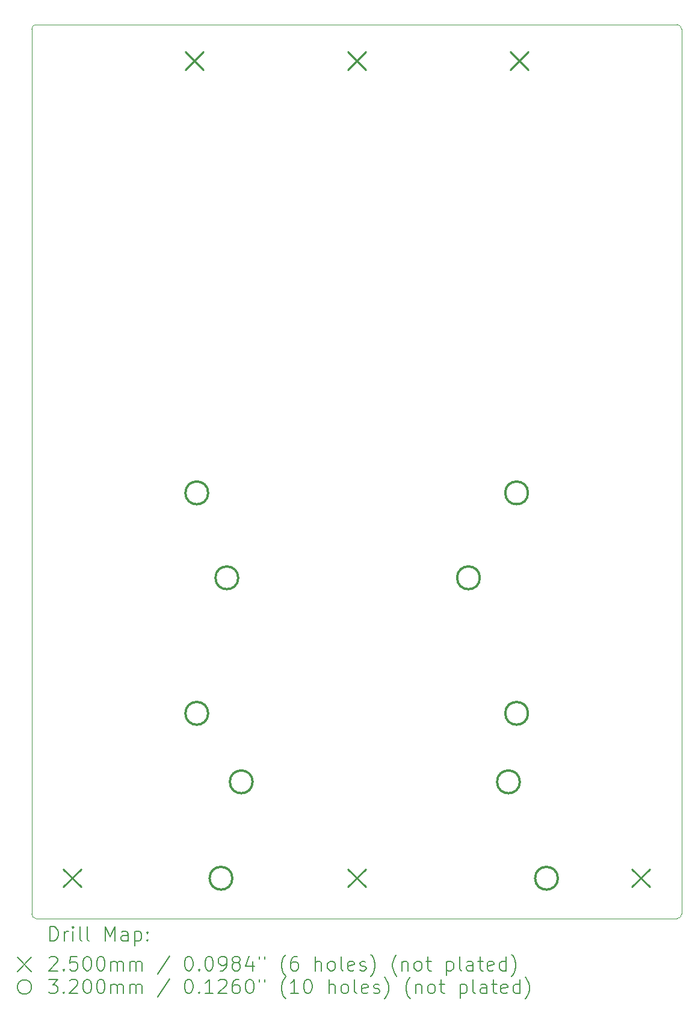
<source format=gbr>
%TF.GenerationSoftware,KiCad,Pcbnew,7.0.11-7.0.11~ubuntu20.04.1*%
%TF.CreationDate,2024-08-20T17:51:46+02:00*%
%TF.ProjectId,kicad-kria-pmod-alinx,6b696361-642d-46b7-9269-612d706d6f64,1.0*%
%TF.SameCoordinates,Original*%
%TF.FileFunction,Drillmap*%
%TF.FilePolarity,Positive*%
%FSLAX45Y45*%
G04 Gerber Fmt 4.5, Leading zero omitted, Abs format (unit mm)*
G04 Created by KiCad (PCBNEW 7.0.11-7.0.11~ubuntu20.04.1) date 2024-08-20 17:51:46*
%MOMM*%
%LPD*%
G01*
G04 APERTURE LIST*
%ADD10C,0.050000*%
%ADD11C,0.200000*%
%ADD12C,0.250000*%
%ADD13C,0.320000*%
G04 APERTURE END LIST*
D10*
X16193500Y-14986500D02*
G75*
G03*
X16257000Y-14923000I0J63500D01*
G01*
X7113000Y-14923000D02*
G75*
G03*
X7176500Y-14986500I63500J0D01*
G01*
X7176500Y-2413500D02*
G75*
G03*
X7113000Y-2477000I0J-63500D01*
G01*
X16257000Y-2477000D02*
G75*
G03*
X16193500Y-2413500I-63500J0D01*
G01*
X16193500Y-2413500D02*
X7176500Y-2413500D01*
X7176500Y-14986500D02*
X16193500Y-14986500D01*
X16257000Y-14923000D02*
X16257000Y-2477000D01*
X7113000Y-2477000D02*
X7113000Y-14923000D01*
D11*
D12*
X7559500Y-14290000D02*
X7809500Y-14540000D01*
X7809500Y-14290000D02*
X7559500Y-14540000D01*
X9274000Y-2797000D02*
X9524000Y-3047000D01*
X9524000Y-2797000D02*
X9274000Y-3047000D01*
X11560000Y-2797000D02*
X11810000Y-3047000D01*
X11810000Y-2797000D02*
X11560000Y-3047000D01*
X11560000Y-14290000D02*
X11810000Y-14540000D01*
X11810000Y-14290000D02*
X11560000Y-14540000D01*
X13846000Y-2797000D02*
X14096000Y-3047000D01*
X14096000Y-2797000D02*
X13846000Y-3047000D01*
X15560500Y-14290000D02*
X15810500Y-14540000D01*
X15810500Y-14290000D02*
X15560500Y-14540000D01*
D13*
X9595500Y-9000000D02*
G75*
G03*
X9275500Y-9000000I-160000J0D01*
G01*
X9275500Y-9000000D02*
G75*
G03*
X9595500Y-9000000I160000J0D01*
G01*
X9595500Y-12100000D02*
G75*
G03*
X9275500Y-12100000I-160000J0D01*
G01*
X9275500Y-12100000D02*
G75*
G03*
X9595500Y-12100000I160000J0D01*
G01*
X9935500Y-14419500D02*
G75*
G03*
X9615500Y-14419500I-160000J0D01*
G01*
X9615500Y-14419500D02*
G75*
G03*
X9935500Y-14419500I160000J0D01*
G01*
X10018000Y-10194500D02*
G75*
G03*
X9698000Y-10194500I-160000J0D01*
G01*
X9698000Y-10194500D02*
G75*
G03*
X10018000Y-10194500I160000J0D01*
G01*
X10220500Y-13064000D02*
G75*
G03*
X9900500Y-13064000I-160000J0D01*
G01*
X9900500Y-13064000D02*
G75*
G03*
X10220500Y-13064000I160000J0D01*
G01*
X13418000Y-10194500D02*
G75*
G03*
X13098000Y-10194500I-160000J0D01*
G01*
X13098000Y-10194500D02*
G75*
G03*
X13418000Y-10194500I160000J0D01*
G01*
X13980500Y-13064000D02*
G75*
G03*
X13660500Y-13064000I-160000J0D01*
G01*
X13660500Y-13064000D02*
G75*
G03*
X13980500Y-13064000I160000J0D01*
G01*
X14095500Y-9000000D02*
G75*
G03*
X13775500Y-9000000I-160000J0D01*
G01*
X13775500Y-9000000D02*
G75*
G03*
X14095500Y-9000000I160000J0D01*
G01*
X14095500Y-12100000D02*
G75*
G03*
X13775500Y-12100000I-160000J0D01*
G01*
X13775500Y-12100000D02*
G75*
G03*
X14095500Y-12100000I160000J0D01*
G01*
X14515500Y-14419500D02*
G75*
G03*
X14195500Y-14419500I-160000J0D01*
G01*
X14195500Y-14419500D02*
G75*
G03*
X14515500Y-14419500I160000J0D01*
G01*
D11*
X7371277Y-15300484D02*
X7371277Y-15100484D01*
X7371277Y-15100484D02*
X7418896Y-15100484D01*
X7418896Y-15100484D02*
X7447467Y-15110008D01*
X7447467Y-15110008D02*
X7466515Y-15129055D01*
X7466515Y-15129055D02*
X7476039Y-15148103D01*
X7476039Y-15148103D02*
X7485562Y-15186198D01*
X7485562Y-15186198D02*
X7485562Y-15214769D01*
X7485562Y-15214769D02*
X7476039Y-15252865D01*
X7476039Y-15252865D02*
X7466515Y-15271912D01*
X7466515Y-15271912D02*
X7447467Y-15290960D01*
X7447467Y-15290960D02*
X7418896Y-15300484D01*
X7418896Y-15300484D02*
X7371277Y-15300484D01*
X7571277Y-15300484D02*
X7571277Y-15167150D01*
X7571277Y-15205246D02*
X7580801Y-15186198D01*
X7580801Y-15186198D02*
X7590324Y-15176674D01*
X7590324Y-15176674D02*
X7609372Y-15167150D01*
X7609372Y-15167150D02*
X7628420Y-15167150D01*
X7695086Y-15300484D02*
X7695086Y-15167150D01*
X7695086Y-15100484D02*
X7685562Y-15110008D01*
X7685562Y-15110008D02*
X7695086Y-15119531D01*
X7695086Y-15119531D02*
X7704610Y-15110008D01*
X7704610Y-15110008D02*
X7695086Y-15100484D01*
X7695086Y-15100484D02*
X7695086Y-15119531D01*
X7818896Y-15300484D02*
X7799848Y-15290960D01*
X7799848Y-15290960D02*
X7790324Y-15271912D01*
X7790324Y-15271912D02*
X7790324Y-15100484D01*
X7923658Y-15300484D02*
X7904610Y-15290960D01*
X7904610Y-15290960D02*
X7895086Y-15271912D01*
X7895086Y-15271912D02*
X7895086Y-15100484D01*
X8152229Y-15300484D02*
X8152229Y-15100484D01*
X8152229Y-15100484D02*
X8218896Y-15243341D01*
X8218896Y-15243341D02*
X8285562Y-15100484D01*
X8285562Y-15100484D02*
X8285562Y-15300484D01*
X8466515Y-15300484D02*
X8466515Y-15195722D01*
X8466515Y-15195722D02*
X8456991Y-15176674D01*
X8456991Y-15176674D02*
X8437944Y-15167150D01*
X8437944Y-15167150D02*
X8399848Y-15167150D01*
X8399848Y-15167150D02*
X8380801Y-15176674D01*
X8466515Y-15290960D02*
X8447467Y-15300484D01*
X8447467Y-15300484D02*
X8399848Y-15300484D01*
X8399848Y-15300484D02*
X8380801Y-15290960D01*
X8380801Y-15290960D02*
X8371277Y-15271912D01*
X8371277Y-15271912D02*
X8371277Y-15252865D01*
X8371277Y-15252865D02*
X8380801Y-15233817D01*
X8380801Y-15233817D02*
X8399848Y-15224293D01*
X8399848Y-15224293D02*
X8447467Y-15224293D01*
X8447467Y-15224293D02*
X8466515Y-15214769D01*
X8561753Y-15167150D02*
X8561753Y-15367150D01*
X8561753Y-15176674D02*
X8580801Y-15167150D01*
X8580801Y-15167150D02*
X8618896Y-15167150D01*
X8618896Y-15167150D02*
X8637944Y-15176674D01*
X8637944Y-15176674D02*
X8647467Y-15186198D01*
X8647467Y-15186198D02*
X8656991Y-15205246D01*
X8656991Y-15205246D02*
X8656991Y-15262388D01*
X8656991Y-15262388D02*
X8647467Y-15281436D01*
X8647467Y-15281436D02*
X8637944Y-15290960D01*
X8637944Y-15290960D02*
X8618896Y-15300484D01*
X8618896Y-15300484D02*
X8580801Y-15300484D01*
X8580801Y-15300484D02*
X8561753Y-15290960D01*
X8742705Y-15281436D02*
X8752229Y-15290960D01*
X8752229Y-15290960D02*
X8742705Y-15300484D01*
X8742705Y-15300484D02*
X8733182Y-15290960D01*
X8733182Y-15290960D02*
X8742705Y-15281436D01*
X8742705Y-15281436D02*
X8742705Y-15300484D01*
X8742705Y-15176674D02*
X8752229Y-15186198D01*
X8752229Y-15186198D02*
X8742705Y-15195722D01*
X8742705Y-15195722D02*
X8733182Y-15186198D01*
X8733182Y-15186198D02*
X8742705Y-15176674D01*
X8742705Y-15176674D02*
X8742705Y-15195722D01*
X6910500Y-15529000D02*
X7110500Y-15729000D01*
X7110500Y-15529000D02*
X6910500Y-15729000D01*
X7361753Y-15539531D02*
X7371277Y-15530008D01*
X7371277Y-15530008D02*
X7390324Y-15520484D01*
X7390324Y-15520484D02*
X7437943Y-15520484D01*
X7437943Y-15520484D02*
X7456991Y-15530008D01*
X7456991Y-15530008D02*
X7466515Y-15539531D01*
X7466515Y-15539531D02*
X7476039Y-15558579D01*
X7476039Y-15558579D02*
X7476039Y-15577627D01*
X7476039Y-15577627D02*
X7466515Y-15606198D01*
X7466515Y-15606198D02*
X7352229Y-15720484D01*
X7352229Y-15720484D02*
X7476039Y-15720484D01*
X7561753Y-15701436D02*
X7571277Y-15710960D01*
X7571277Y-15710960D02*
X7561753Y-15720484D01*
X7561753Y-15720484D02*
X7552229Y-15710960D01*
X7552229Y-15710960D02*
X7561753Y-15701436D01*
X7561753Y-15701436D02*
X7561753Y-15720484D01*
X7752229Y-15520484D02*
X7656991Y-15520484D01*
X7656991Y-15520484D02*
X7647467Y-15615722D01*
X7647467Y-15615722D02*
X7656991Y-15606198D01*
X7656991Y-15606198D02*
X7676039Y-15596674D01*
X7676039Y-15596674D02*
X7723658Y-15596674D01*
X7723658Y-15596674D02*
X7742705Y-15606198D01*
X7742705Y-15606198D02*
X7752229Y-15615722D01*
X7752229Y-15615722D02*
X7761753Y-15634769D01*
X7761753Y-15634769D02*
X7761753Y-15682388D01*
X7761753Y-15682388D02*
X7752229Y-15701436D01*
X7752229Y-15701436D02*
X7742705Y-15710960D01*
X7742705Y-15710960D02*
X7723658Y-15720484D01*
X7723658Y-15720484D02*
X7676039Y-15720484D01*
X7676039Y-15720484D02*
X7656991Y-15710960D01*
X7656991Y-15710960D02*
X7647467Y-15701436D01*
X7885562Y-15520484D02*
X7904610Y-15520484D01*
X7904610Y-15520484D02*
X7923658Y-15530008D01*
X7923658Y-15530008D02*
X7933182Y-15539531D01*
X7933182Y-15539531D02*
X7942705Y-15558579D01*
X7942705Y-15558579D02*
X7952229Y-15596674D01*
X7952229Y-15596674D02*
X7952229Y-15644293D01*
X7952229Y-15644293D02*
X7942705Y-15682388D01*
X7942705Y-15682388D02*
X7933182Y-15701436D01*
X7933182Y-15701436D02*
X7923658Y-15710960D01*
X7923658Y-15710960D02*
X7904610Y-15720484D01*
X7904610Y-15720484D02*
X7885562Y-15720484D01*
X7885562Y-15720484D02*
X7866515Y-15710960D01*
X7866515Y-15710960D02*
X7856991Y-15701436D01*
X7856991Y-15701436D02*
X7847467Y-15682388D01*
X7847467Y-15682388D02*
X7837943Y-15644293D01*
X7837943Y-15644293D02*
X7837943Y-15596674D01*
X7837943Y-15596674D02*
X7847467Y-15558579D01*
X7847467Y-15558579D02*
X7856991Y-15539531D01*
X7856991Y-15539531D02*
X7866515Y-15530008D01*
X7866515Y-15530008D02*
X7885562Y-15520484D01*
X8076039Y-15520484D02*
X8095086Y-15520484D01*
X8095086Y-15520484D02*
X8114134Y-15530008D01*
X8114134Y-15530008D02*
X8123658Y-15539531D01*
X8123658Y-15539531D02*
X8133182Y-15558579D01*
X8133182Y-15558579D02*
X8142705Y-15596674D01*
X8142705Y-15596674D02*
X8142705Y-15644293D01*
X8142705Y-15644293D02*
X8133182Y-15682388D01*
X8133182Y-15682388D02*
X8123658Y-15701436D01*
X8123658Y-15701436D02*
X8114134Y-15710960D01*
X8114134Y-15710960D02*
X8095086Y-15720484D01*
X8095086Y-15720484D02*
X8076039Y-15720484D01*
X8076039Y-15720484D02*
X8056991Y-15710960D01*
X8056991Y-15710960D02*
X8047467Y-15701436D01*
X8047467Y-15701436D02*
X8037943Y-15682388D01*
X8037943Y-15682388D02*
X8028420Y-15644293D01*
X8028420Y-15644293D02*
X8028420Y-15596674D01*
X8028420Y-15596674D02*
X8037943Y-15558579D01*
X8037943Y-15558579D02*
X8047467Y-15539531D01*
X8047467Y-15539531D02*
X8056991Y-15530008D01*
X8056991Y-15530008D02*
X8076039Y-15520484D01*
X8228420Y-15720484D02*
X8228420Y-15587150D01*
X8228420Y-15606198D02*
X8237943Y-15596674D01*
X8237943Y-15596674D02*
X8256991Y-15587150D01*
X8256991Y-15587150D02*
X8285563Y-15587150D01*
X8285563Y-15587150D02*
X8304610Y-15596674D01*
X8304610Y-15596674D02*
X8314134Y-15615722D01*
X8314134Y-15615722D02*
X8314134Y-15720484D01*
X8314134Y-15615722D02*
X8323658Y-15596674D01*
X8323658Y-15596674D02*
X8342705Y-15587150D01*
X8342705Y-15587150D02*
X8371277Y-15587150D01*
X8371277Y-15587150D02*
X8390325Y-15596674D01*
X8390325Y-15596674D02*
X8399848Y-15615722D01*
X8399848Y-15615722D02*
X8399848Y-15720484D01*
X8495086Y-15720484D02*
X8495086Y-15587150D01*
X8495086Y-15606198D02*
X8504610Y-15596674D01*
X8504610Y-15596674D02*
X8523658Y-15587150D01*
X8523658Y-15587150D02*
X8552229Y-15587150D01*
X8552229Y-15587150D02*
X8571277Y-15596674D01*
X8571277Y-15596674D02*
X8580801Y-15615722D01*
X8580801Y-15615722D02*
X8580801Y-15720484D01*
X8580801Y-15615722D02*
X8590325Y-15596674D01*
X8590325Y-15596674D02*
X8609372Y-15587150D01*
X8609372Y-15587150D02*
X8637944Y-15587150D01*
X8637944Y-15587150D02*
X8656991Y-15596674D01*
X8656991Y-15596674D02*
X8666515Y-15615722D01*
X8666515Y-15615722D02*
X8666515Y-15720484D01*
X9056991Y-15510960D02*
X8885563Y-15768103D01*
X9314134Y-15520484D02*
X9333182Y-15520484D01*
X9333182Y-15520484D02*
X9352229Y-15530008D01*
X9352229Y-15530008D02*
X9361753Y-15539531D01*
X9361753Y-15539531D02*
X9371277Y-15558579D01*
X9371277Y-15558579D02*
X9380801Y-15596674D01*
X9380801Y-15596674D02*
X9380801Y-15644293D01*
X9380801Y-15644293D02*
X9371277Y-15682388D01*
X9371277Y-15682388D02*
X9361753Y-15701436D01*
X9361753Y-15701436D02*
X9352229Y-15710960D01*
X9352229Y-15710960D02*
X9333182Y-15720484D01*
X9333182Y-15720484D02*
X9314134Y-15720484D01*
X9314134Y-15720484D02*
X9295087Y-15710960D01*
X9295087Y-15710960D02*
X9285563Y-15701436D01*
X9285563Y-15701436D02*
X9276039Y-15682388D01*
X9276039Y-15682388D02*
X9266515Y-15644293D01*
X9266515Y-15644293D02*
X9266515Y-15596674D01*
X9266515Y-15596674D02*
X9276039Y-15558579D01*
X9276039Y-15558579D02*
X9285563Y-15539531D01*
X9285563Y-15539531D02*
X9295087Y-15530008D01*
X9295087Y-15530008D02*
X9314134Y-15520484D01*
X9466515Y-15701436D02*
X9476039Y-15710960D01*
X9476039Y-15710960D02*
X9466515Y-15720484D01*
X9466515Y-15720484D02*
X9456991Y-15710960D01*
X9456991Y-15710960D02*
X9466515Y-15701436D01*
X9466515Y-15701436D02*
X9466515Y-15720484D01*
X9599848Y-15520484D02*
X9618896Y-15520484D01*
X9618896Y-15520484D02*
X9637944Y-15530008D01*
X9637944Y-15530008D02*
X9647468Y-15539531D01*
X9647468Y-15539531D02*
X9656991Y-15558579D01*
X9656991Y-15558579D02*
X9666515Y-15596674D01*
X9666515Y-15596674D02*
X9666515Y-15644293D01*
X9666515Y-15644293D02*
X9656991Y-15682388D01*
X9656991Y-15682388D02*
X9647468Y-15701436D01*
X9647468Y-15701436D02*
X9637944Y-15710960D01*
X9637944Y-15710960D02*
X9618896Y-15720484D01*
X9618896Y-15720484D02*
X9599848Y-15720484D01*
X9599848Y-15720484D02*
X9580801Y-15710960D01*
X9580801Y-15710960D02*
X9571277Y-15701436D01*
X9571277Y-15701436D02*
X9561753Y-15682388D01*
X9561753Y-15682388D02*
X9552229Y-15644293D01*
X9552229Y-15644293D02*
X9552229Y-15596674D01*
X9552229Y-15596674D02*
X9561753Y-15558579D01*
X9561753Y-15558579D02*
X9571277Y-15539531D01*
X9571277Y-15539531D02*
X9580801Y-15530008D01*
X9580801Y-15530008D02*
X9599848Y-15520484D01*
X9761753Y-15720484D02*
X9799848Y-15720484D01*
X9799848Y-15720484D02*
X9818896Y-15710960D01*
X9818896Y-15710960D02*
X9828420Y-15701436D01*
X9828420Y-15701436D02*
X9847468Y-15672865D01*
X9847468Y-15672865D02*
X9856991Y-15634769D01*
X9856991Y-15634769D02*
X9856991Y-15558579D01*
X9856991Y-15558579D02*
X9847468Y-15539531D01*
X9847468Y-15539531D02*
X9837944Y-15530008D01*
X9837944Y-15530008D02*
X9818896Y-15520484D01*
X9818896Y-15520484D02*
X9780801Y-15520484D01*
X9780801Y-15520484D02*
X9761753Y-15530008D01*
X9761753Y-15530008D02*
X9752229Y-15539531D01*
X9752229Y-15539531D02*
X9742706Y-15558579D01*
X9742706Y-15558579D02*
X9742706Y-15606198D01*
X9742706Y-15606198D02*
X9752229Y-15625246D01*
X9752229Y-15625246D02*
X9761753Y-15634769D01*
X9761753Y-15634769D02*
X9780801Y-15644293D01*
X9780801Y-15644293D02*
X9818896Y-15644293D01*
X9818896Y-15644293D02*
X9837944Y-15634769D01*
X9837944Y-15634769D02*
X9847468Y-15625246D01*
X9847468Y-15625246D02*
X9856991Y-15606198D01*
X9971277Y-15606198D02*
X9952229Y-15596674D01*
X9952229Y-15596674D02*
X9942706Y-15587150D01*
X9942706Y-15587150D02*
X9933182Y-15568103D01*
X9933182Y-15568103D02*
X9933182Y-15558579D01*
X9933182Y-15558579D02*
X9942706Y-15539531D01*
X9942706Y-15539531D02*
X9952229Y-15530008D01*
X9952229Y-15530008D02*
X9971277Y-15520484D01*
X9971277Y-15520484D02*
X10009372Y-15520484D01*
X10009372Y-15520484D02*
X10028420Y-15530008D01*
X10028420Y-15530008D02*
X10037944Y-15539531D01*
X10037944Y-15539531D02*
X10047468Y-15558579D01*
X10047468Y-15558579D02*
X10047468Y-15568103D01*
X10047468Y-15568103D02*
X10037944Y-15587150D01*
X10037944Y-15587150D02*
X10028420Y-15596674D01*
X10028420Y-15596674D02*
X10009372Y-15606198D01*
X10009372Y-15606198D02*
X9971277Y-15606198D01*
X9971277Y-15606198D02*
X9952229Y-15615722D01*
X9952229Y-15615722D02*
X9942706Y-15625246D01*
X9942706Y-15625246D02*
X9933182Y-15644293D01*
X9933182Y-15644293D02*
X9933182Y-15682388D01*
X9933182Y-15682388D02*
X9942706Y-15701436D01*
X9942706Y-15701436D02*
X9952229Y-15710960D01*
X9952229Y-15710960D02*
X9971277Y-15720484D01*
X9971277Y-15720484D02*
X10009372Y-15720484D01*
X10009372Y-15720484D02*
X10028420Y-15710960D01*
X10028420Y-15710960D02*
X10037944Y-15701436D01*
X10037944Y-15701436D02*
X10047468Y-15682388D01*
X10047468Y-15682388D02*
X10047468Y-15644293D01*
X10047468Y-15644293D02*
X10037944Y-15625246D01*
X10037944Y-15625246D02*
X10028420Y-15615722D01*
X10028420Y-15615722D02*
X10009372Y-15606198D01*
X10218896Y-15587150D02*
X10218896Y-15720484D01*
X10171277Y-15510960D02*
X10123658Y-15653817D01*
X10123658Y-15653817D02*
X10247468Y-15653817D01*
X10314134Y-15520484D02*
X10314134Y-15558579D01*
X10390325Y-15520484D02*
X10390325Y-15558579D01*
X10685563Y-15796674D02*
X10676039Y-15787150D01*
X10676039Y-15787150D02*
X10656991Y-15758579D01*
X10656991Y-15758579D02*
X10647468Y-15739531D01*
X10647468Y-15739531D02*
X10637944Y-15710960D01*
X10637944Y-15710960D02*
X10628420Y-15663341D01*
X10628420Y-15663341D02*
X10628420Y-15625246D01*
X10628420Y-15625246D02*
X10637944Y-15577627D01*
X10637944Y-15577627D02*
X10647468Y-15549055D01*
X10647468Y-15549055D02*
X10656991Y-15530008D01*
X10656991Y-15530008D02*
X10676039Y-15501436D01*
X10676039Y-15501436D02*
X10685563Y-15491912D01*
X10847468Y-15520484D02*
X10809372Y-15520484D01*
X10809372Y-15520484D02*
X10790325Y-15530008D01*
X10790325Y-15530008D02*
X10780801Y-15539531D01*
X10780801Y-15539531D02*
X10761753Y-15568103D01*
X10761753Y-15568103D02*
X10752230Y-15606198D01*
X10752230Y-15606198D02*
X10752230Y-15682388D01*
X10752230Y-15682388D02*
X10761753Y-15701436D01*
X10761753Y-15701436D02*
X10771277Y-15710960D01*
X10771277Y-15710960D02*
X10790325Y-15720484D01*
X10790325Y-15720484D02*
X10828420Y-15720484D01*
X10828420Y-15720484D02*
X10847468Y-15710960D01*
X10847468Y-15710960D02*
X10856991Y-15701436D01*
X10856991Y-15701436D02*
X10866515Y-15682388D01*
X10866515Y-15682388D02*
X10866515Y-15634769D01*
X10866515Y-15634769D02*
X10856991Y-15615722D01*
X10856991Y-15615722D02*
X10847468Y-15606198D01*
X10847468Y-15606198D02*
X10828420Y-15596674D01*
X10828420Y-15596674D02*
X10790325Y-15596674D01*
X10790325Y-15596674D02*
X10771277Y-15606198D01*
X10771277Y-15606198D02*
X10761753Y-15615722D01*
X10761753Y-15615722D02*
X10752230Y-15634769D01*
X11104611Y-15720484D02*
X11104611Y-15520484D01*
X11190325Y-15720484D02*
X11190325Y-15615722D01*
X11190325Y-15615722D02*
X11180801Y-15596674D01*
X11180801Y-15596674D02*
X11161753Y-15587150D01*
X11161753Y-15587150D02*
X11133182Y-15587150D01*
X11133182Y-15587150D02*
X11114134Y-15596674D01*
X11114134Y-15596674D02*
X11104611Y-15606198D01*
X11314134Y-15720484D02*
X11295087Y-15710960D01*
X11295087Y-15710960D02*
X11285563Y-15701436D01*
X11285563Y-15701436D02*
X11276039Y-15682388D01*
X11276039Y-15682388D02*
X11276039Y-15625246D01*
X11276039Y-15625246D02*
X11285563Y-15606198D01*
X11285563Y-15606198D02*
X11295087Y-15596674D01*
X11295087Y-15596674D02*
X11314134Y-15587150D01*
X11314134Y-15587150D02*
X11342706Y-15587150D01*
X11342706Y-15587150D02*
X11361753Y-15596674D01*
X11361753Y-15596674D02*
X11371277Y-15606198D01*
X11371277Y-15606198D02*
X11380801Y-15625246D01*
X11380801Y-15625246D02*
X11380801Y-15682388D01*
X11380801Y-15682388D02*
X11371277Y-15701436D01*
X11371277Y-15701436D02*
X11361753Y-15710960D01*
X11361753Y-15710960D02*
X11342706Y-15720484D01*
X11342706Y-15720484D02*
X11314134Y-15720484D01*
X11495087Y-15720484D02*
X11476039Y-15710960D01*
X11476039Y-15710960D02*
X11466515Y-15691912D01*
X11466515Y-15691912D02*
X11466515Y-15520484D01*
X11647468Y-15710960D02*
X11628420Y-15720484D01*
X11628420Y-15720484D02*
X11590325Y-15720484D01*
X11590325Y-15720484D02*
X11571277Y-15710960D01*
X11571277Y-15710960D02*
X11561753Y-15691912D01*
X11561753Y-15691912D02*
X11561753Y-15615722D01*
X11561753Y-15615722D02*
X11571277Y-15596674D01*
X11571277Y-15596674D02*
X11590325Y-15587150D01*
X11590325Y-15587150D02*
X11628420Y-15587150D01*
X11628420Y-15587150D02*
X11647468Y-15596674D01*
X11647468Y-15596674D02*
X11656991Y-15615722D01*
X11656991Y-15615722D02*
X11656991Y-15634769D01*
X11656991Y-15634769D02*
X11561753Y-15653817D01*
X11733182Y-15710960D02*
X11752230Y-15720484D01*
X11752230Y-15720484D02*
X11790325Y-15720484D01*
X11790325Y-15720484D02*
X11809372Y-15710960D01*
X11809372Y-15710960D02*
X11818896Y-15691912D01*
X11818896Y-15691912D02*
X11818896Y-15682388D01*
X11818896Y-15682388D02*
X11809372Y-15663341D01*
X11809372Y-15663341D02*
X11790325Y-15653817D01*
X11790325Y-15653817D02*
X11761753Y-15653817D01*
X11761753Y-15653817D02*
X11742706Y-15644293D01*
X11742706Y-15644293D02*
X11733182Y-15625246D01*
X11733182Y-15625246D02*
X11733182Y-15615722D01*
X11733182Y-15615722D02*
X11742706Y-15596674D01*
X11742706Y-15596674D02*
X11761753Y-15587150D01*
X11761753Y-15587150D02*
X11790325Y-15587150D01*
X11790325Y-15587150D02*
X11809372Y-15596674D01*
X11885563Y-15796674D02*
X11895087Y-15787150D01*
X11895087Y-15787150D02*
X11914134Y-15758579D01*
X11914134Y-15758579D02*
X11923658Y-15739531D01*
X11923658Y-15739531D02*
X11933182Y-15710960D01*
X11933182Y-15710960D02*
X11942706Y-15663341D01*
X11942706Y-15663341D02*
X11942706Y-15625246D01*
X11942706Y-15625246D02*
X11933182Y-15577627D01*
X11933182Y-15577627D02*
X11923658Y-15549055D01*
X11923658Y-15549055D02*
X11914134Y-15530008D01*
X11914134Y-15530008D02*
X11895087Y-15501436D01*
X11895087Y-15501436D02*
X11885563Y-15491912D01*
X12247468Y-15796674D02*
X12237944Y-15787150D01*
X12237944Y-15787150D02*
X12218896Y-15758579D01*
X12218896Y-15758579D02*
X12209372Y-15739531D01*
X12209372Y-15739531D02*
X12199849Y-15710960D01*
X12199849Y-15710960D02*
X12190325Y-15663341D01*
X12190325Y-15663341D02*
X12190325Y-15625246D01*
X12190325Y-15625246D02*
X12199849Y-15577627D01*
X12199849Y-15577627D02*
X12209372Y-15549055D01*
X12209372Y-15549055D02*
X12218896Y-15530008D01*
X12218896Y-15530008D02*
X12237944Y-15501436D01*
X12237944Y-15501436D02*
X12247468Y-15491912D01*
X12323658Y-15587150D02*
X12323658Y-15720484D01*
X12323658Y-15606198D02*
X12333182Y-15596674D01*
X12333182Y-15596674D02*
X12352230Y-15587150D01*
X12352230Y-15587150D02*
X12380801Y-15587150D01*
X12380801Y-15587150D02*
X12399849Y-15596674D01*
X12399849Y-15596674D02*
X12409372Y-15615722D01*
X12409372Y-15615722D02*
X12409372Y-15720484D01*
X12533182Y-15720484D02*
X12514134Y-15710960D01*
X12514134Y-15710960D02*
X12504611Y-15701436D01*
X12504611Y-15701436D02*
X12495087Y-15682388D01*
X12495087Y-15682388D02*
X12495087Y-15625246D01*
X12495087Y-15625246D02*
X12504611Y-15606198D01*
X12504611Y-15606198D02*
X12514134Y-15596674D01*
X12514134Y-15596674D02*
X12533182Y-15587150D01*
X12533182Y-15587150D02*
X12561753Y-15587150D01*
X12561753Y-15587150D02*
X12580801Y-15596674D01*
X12580801Y-15596674D02*
X12590325Y-15606198D01*
X12590325Y-15606198D02*
X12599849Y-15625246D01*
X12599849Y-15625246D02*
X12599849Y-15682388D01*
X12599849Y-15682388D02*
X12590325Y-15701436D01*
X12590325Y-15701436D02*
X12580801Y-15710960D01*
X12580801Y-15710960D02*
X12561753Y-15720484D01*
X12561753Y-15720484D02*
X12533182Y-15720484D01*
X12656992Y-15587150D02*
X12733182Y-15587150D01*
X12685563Y-15520484D02*
X12685563Y-15691912D01*
X12685563Y-15691912D02*
X12695087Y-15710960D01*
X12695087Y-15710960D02*
X12714134Y-15720484D01*
X12714134Y-15720484D02*
X12733182Y-15720484D01*
X12952230Y-15587150D02*
X12952230Y-15787150D01*
X12952230Y-15596674D02*
X12971277Y-15587150D01*
X12971277Y-15587150D02*
X13009373Y-15587150D01*
X13009373Y-15587150D02*
X13028420Y-15596674D01*
X13028420Y-15596674D02*
X13037944Y-15606198D01*
X13037944Y-15606198D02*
X13047468Y-15625246D01*
X13047468Y-15625246D02*
X13047468Y-15682388D01*
X13047468Y-15682388D02*
X13037944Y-15701436D01*
X13037944Y-15701436D02*
X13028420Y-15710960D01*
X13028420Y-15710960D02*
X13009373Y-15720484D01*
X13009373Y-15720484D02*
X12971277Y-15720484D01*
X12971277Y-15720484D02*
X12952230Y-15710960D01*
X13161753Y-15720484D02*
X13142706Y-15710960D01*
X13142706Y-15710960D02*
X13133182Y-15691912D01*
X13133182Y-15691912D02*
X13133182Y-15520484D01*
X13323658Y-15720484D02*
X13323658Y-15615722D01*
X13323658Y-15615722D02*
X13314134Y-15596674D01*
X13314134Y-15596674D02*
X13295087Y-15587150D01*
X13295087Y-15587150D02*
X13256992Y-15587150D01*
X13256992Y-15587150D02*
X13237944Y-15596674D01*
X13323658Y-15710960D02*
X13304611Y-15720484D01*
X13304611Y-15720484D02*
X13256992Y-15720484D01*
X13256992Y-15720484D02*
X13237944Y-15710960D01*
X13237944Y-15710960D02*
X13228420Y-15691912D01*
X13228420Y-15691912D02*
X13228420Y-15672865D01*
X13228420Y-15672865D02*
X13237944Y-15653817D01*
X13237944Y-15653817D02*
X13256992Y-15644293D01*
X13256992Y-15644293D02*
X13304611Y-15644293D01*
X13304611Y-15644293D02*
X13323658Y-15634769D01*
X13390325Y-15587150D02*
X13466515Y-15587150D01*
X13418896Y-15520484D02*
X13418896Y-15691912D01*
X13418896Y-15691912D02*
X13428420Y-15710960D01*
X13428420Y-15710960D02*
X13447468Y-15720484D01*
X13447468Y-15720484D02*
X13466515Y-15720484D01*
X13609373Y-15710960D02*
X13590325Y-15720484D01*
X13590325Y-15720484D02*
X13552230Y-15720484D01*
X13552230Y-15720484D02*
X13533182Y-15710960D01*
X13533182Y-15710960D02*
X13523658Y-15691912D01*
X13523658Y-15691912D02*
X13523658Y-15615722D01*
X13523658Y-15615722D02*
X13533182Y-15596674D01*
X13533182Y-15596674D02*
X13552230Y-15587150D01*
X13552230Y-15587150D02*
X13590325Y-15587150D01*
X13590325Y-15587150D02*
X13609373Y-15596674D01*
X13609373Y-15596674D02*
X13618896Y-15615722D01*
X13618896Y-15615722D02*
X13618896Y-15634769D01*
X13618896Y-15634769D02*
X13523658Y-15653817D01*
X13790325Y-15720484D02*
X13790325Y-15520484D01*
X13790325Y-15710960D02*
X13771277Y-15720484D01*
X13771277Y-15720484D02*
X13733182Y-15720484D01*
X13733182Y-15720484D02*
X13714134Y-15710960D01*
X13714134Y-15710960D02*
X13704611Y-15701436D01*
X13704611Y-15701436D02*
X13695087Y-15682388D01*
X13695087Y-15682388D02*
X13695087Y-15625246D01*
X13695087Y-15625246D02*
X13704611Y-15606198D01*
X13704611Y-15606198D02*
X13714134Y-15596674D01*
X13714134Y-15596674D02*
X13733182Y-15587150D01*
X13733182Y-15587150D02*
X13771277Y-15587150D01*
X13771277Y-15587150D02*
X13790325Y-15596674D01*
X13866515Y-15796674D02*
X13876039Y-15787150D01*
X13876039Y-15787150D02*
X13895087Y-15758579D01*
X13895087Y-15758579D02*
X13904611Y-15739531D01*
X13904611Y-15739531D02*
X13914134Y-15710960D01*
X13914134Y-15710960D02*
X13923658Y-15663341D01*
X13923658Y-15663341D02*
X13923658Y-15625246D01*
X13923658Y-15625246D02*
X13914134Y-15577627D01*
X13914134Y-15577627D02*
X13904611Y-15549055D01*
X13904611Y-15549055D02*
X13895087Y-15530008D01*
X13895087Y-15530008D02*
X13876039Y-15501436D01*
X13876039Y-15501436D02*
X13866515Y-15491912D01*
X7110500Y-15949000D02*
G75*
G03*
X6910500Y-15949000I-100000J0D01*
G01*
X6910500Y-15949000D02*
G75*
G03*
X7110500Y-15949000I100000J0D01*
G01*
X7352229Y-15840484D02*
X7476039Y-15840484D01*
X7476039Y-15840484D02*
X7409372Y-15916674D01*
X7409372Y-15916674D02*
X7437943Y-15916674D01*
X7437943Y-15916674D02*
X7456991Y-15926198D01*
X7456991Y-15926198D02*
X7466515Y-15935722D01*
X7466515Y-15935722D02*
X7476039Y-15954769D01*
X7476039Y-15954769D02*
X7476039Y-16002388D01*
X7476039Y-16002388D02*
X7466515Y-16021436D01*
X7466515Y-16021436D02*
X7456991Y-16030960D01*
X7456991Y-16030960D02*
X7437943Y-16040484D01*
X7437943Y-16040484D02*
X7380801Y-16040484D01*
X7380801Y-16040484D02*
X7361753Y-16030960D01*
X7361753Y-16030960D02*
X7352229Y-16021436D01*
X7561753Y-16021436D02*
X7571277Y-16030960D01*
X7571277Y-16030960D02*
X7561753Y-16040484D01*
X7561753Y-16040484D02*
X7552229Y-16030960D01*
X7552229Y-16030960D02*
X7561753Y-16021436D01*
X7561753Y-16021436D02*
X7561753Y-16040484D01*
X7647467Y-15859531D02*
X7656991Y-15850008D01*
X7656991Y-15850008D02*
X7676039Y-15840484D01*
X7676039Y-15840484D02*
X7723658Y-15840484D01*
X7723658Y-15840484D02*
X7742705Y-15850008D01*
X7742705Y-15850008D02*
X7752229Y-15859531D01*
X7752229Y-15859531D02*
X7761753Y-15878579D01*
X7761753Y-15878579D02*
X7761753Y-15897627D01*
X7761753Y-15897627D02*
X7752229Y-15926198D01*
X7752229Y-15926198D02*
X7637943Y-16040484D01*
X7637943Y-16040484D02*
X7761753Y-16040484D01*
X7885562Y-15840484D02*
X7904610Y-15840484D01*
X7904610Y-15840484D02*
X7923658Y-15850008D01*
X7923658Y-15850008D02*
X7933182Y-15859531D01*
X7933182Y-15859531D02*
X7942705Y-15878579D01*
X7942705Y-15878579D02*
X7952229Y-15916674D01*
X7952229Y-15916674D02*
X7952229Y-15964293D01*
X7952229Y-15964293D02*
X7942705Y-16002388D01*
X7942705Y-16002388D02*
X7933182Y-16021436D01*
X7933182Y-16021436D02*
X7923658Y-16030960D01*
X7923658Y-16030960D02*
X7904610Y-16040484D01*
X7904610Y-16040484D02*
X7885562Y-16040484D01*
X7885562Y-16040484D02*
X7866515Y-16030960D01*
X7866515Y-16030960D02*
X7856991Y-16021436D01*
X7856991Y-16021436D02*
X7847467Y-16002388D01*
X7847467Y-16002388D02*
X7837943Y-15964293D01*
X7837943Y-15964293D02*
X7837943Y-15916674D01*
X7837943Y-15916674D02*
X7847467Y-15878579D01*
X7847467Y-15878579D02*
X7856991Y-15859531D01*
X7856991Y-15859531D02*
X7866515Y-15850008D01*
X7866515Y-15850008D02*
X7885562Y-15840484D01*
X8076039Y-15840484D02*
X8095086Y-15840484D01*
X8095086Y-15840484D02*
X8114134Y-15850008D01*
X8114134Y-15850008D02*
X8123658Y-15859531D01*
X8123658Y-15859531D02*
X8133182Y-15878579D01*
X8133182Y-15878579D02*
X8142705Y-15916674D01*
X8142705Y-15916674D02*
X8142705Y-15964293D01*
X8142705Y-15964293D02*
X8133182Y-16002388D01*
X8133182Y-16002388D02*
X8123658Y-16021436D01*
X8123658Y-16021436D02*
X8114134Y-16030960D01*
X8114134Y-16030960D02*
X8095086Y-16040484D01*
X8095086Y-16040484D02*
X8076039Y-16040484D01*
X8076039Y-16040484D02*
X8056991Y-16030960D01*
X8056991Y-16030960D02*
X8047467Y-16021436D01*
X8047467Y-16021436D02*
X8037943Y-16002388D01*
X8037943Y-16002388D02*
X8028420Y-15964293D01*
X8028420Y-15964293D02*
X8028420Y-15916674D01*
X8028420Y-15916674D02*
X8037943Y-15878579D01*
X8037943Y-15878579D02*
X8047467Y-15859531D01*
X8047467Y-15859531D02*
X8056991Y-15850008D01*
X8056991Y-15850008D02*
X8076039Y-15840484D01*
X8228420Y-16040484D02*
X8228420Y-15907150D01*
X8228420Y-15926198D02*
X8237943Y-15916674D01*
X8237943Y-15916674D02*
X8256991Y-15907150D01*
X8256991Y-15907150D02*
X8285563Y-15907150D01*
X8285563Y-15907150D02*
X8304610Y-15916674D01*
X8304610Y-15916674D02*
X8314134Y-15935722D01*
X8314134Y-15935722D02*
X8314134Y-16040484D01*
X8314134Y-15935722D02*
X8323658Y-15916674D01*
X8323658Y-15916674D02*
X8342705Y-15907150D01*
X8342705Y-15907150D02*
X8371277Y-15907150D01*
X8371277Y-15907150D02*
X8390325Y-15916674D01*
X8390325Y-15916674D02*
X8399848Y-15935722D01*
X8399848Y-15935722D02*
X8399848Y-16040484D01*
X8495086Y-16040484D02*
X8495086Y-15907150D01*
X8495086Y-15926198D02*
X8504610Y-15916674D01*
X8504610Y-15916674D02*
X8523658Y-15907150D01*
X8523658Y-15907150D02*
X8552229Y-15907150D01*
X8552229Y-15907150D02*
X8571277Y-15916674D01*
X8571277Y-15916674D02*
X8580801Y-15935722D01*
X8580801Y-15935722D02*
X8580801Y-16040484D01*
X8580801Y-15935722D02*
X8590325Y-15916674D01*
X8590325Y-15916674D02*
X8609372Y-15907150D01*
X8609372Y-15907150D02*
X8637944Y-15907150D01*
X8637944Y-15907150D02*
X8656991Y-15916674D01*
X8656991Y-15916674D02*
X8666515Y-15935722D01*
X8666515Y-15935722D02*
X8666515Y-16040484D01*
X9056991Y-15830960D02*
X8885563Y-16088103D01*
X9314134Y-15840484D02*
X9333182Y-15840484D01*
X9333182Y-15840484D02*
X9352229Y-15850008D01*
X9352229Y-15850008D02*
X9361753Y-15859531D01*
X9361753Y-15859531D02*
X9371277Y-15878579D01*
X9371277Y-15878579D02*
X9380801Y-15916674D01*
X9380801Y-15916674D02*
X9380801Y-15964293D01*
X9380801Y-15964293D02*
X9371277Y-16002388D01*
X9371277Y-16002388D02*
X9361753Y-16021436D01*
X9361753Y-16021436D02*
X9352229Y-16030960D01*
X9352229Y-16030960D02*
X9333182Y-16040484D01*
X9333182Y-16040484D02*
X9314134Y-16040484D01*
X9314134Y-16040484D02*
X9295087Y-16030960D01*
X9295087Y-16030960D02*
X9285563Y-16021436D01*
X9285563Y-16021436D02*
X9276039Y-16002388D01*
X9276039Y-16002388D02*
X9266515Y-15964293D01*
X9266515Y-15964293D02*
X9266515Y-15916674D01*
X9266515Y-15916674D02*
X9276039Y-15878579D01*
X9276039Y-15878579D02*
X9285563Y-15859531D01*
X9285563Y-15859531D02*
X9295087Y-15850008D01*
X9295087Y-15850008D02*
X9314134Y-15840484D01*
X9466515Y-16021436D02*
X9476039Y-16030960D01*
X9476039Y-16030960D02*
X9466515Y-16040484D01*
X9466515Y-16040484D02*
X9456991Y-16030960D01*
X9456991Y-16030960D02*
X9466515Y-16021436D01*
X9466515Y-16021436D02*
X9466515Y-16040484D01*
X9666515Y-16040484D02*
X9552229Y-16040484D01*
X9609372Y-16040484D02*
X9609372Y-15840484D01*
X9609372Y-15840484D02*
X9590325Y-15869055D01*
X9590325Y-15869055D02*
X9571277Y-15888103D01*
X9571277Y-15888103D02*
X9552229Y-15897627D01*
X9742706Y-15859531D02*
X9752229Y-15850008D01*
X9752229Y-15850008D02*
X9771277Y-15840484D01*
X9771277Y-15840484D02*
X9818896Y-15840484D01*
X9818896Y-15840484D02*
X9837944Y-15850008D01*
X9837944Y-15850008D02*
X9847468Y-15859531D01*
X9847468Y-15859531D02*
X9856991Y-15878579D01*
X9856991Y-15878579D02*
X9856991Y-15897627D01*
X9856991Y-15897627D02*
X9847468Y-15926198D01*
X9847468Y-15926198D02*
X9733182Y-16040484D01*
X9733182Y-16040484D02*
X9856991Y-16040484D01*
X10028420Y-15840484D02*
X9990325Y-15840484D01*
X9990325Y-15840484D02*
X9971277Y-15850008D01*
X9971277Y-15850008D02*
X9961753Y-15859531D01*
X9961753Y-15859531D02*
X9942706Y-15888103D01*
X9942706Y-15888103D02*
X9933182Y-15926198D01*
X9933182Y-15926198D02*
X9933182Y-16002388D01*
X9933182Y-16002388D02*
X9942706Y-16021436D01*
X9942706Y-16021436D02*
X9952229Y-16030960D01*
X9952229Y-16030960D02*
X9971277Y-16040484D01*
X9971277Y-16040484D02*
X10009372Y-16040484D01*
X10009372Y-16040484D02*
X10028420Y-16030960D01*
X10028420Y-16030960D02*
X10037944Y-16021436D01*
X10037944Y-16021436D02*
X10047468Y-16002388D01*
X10047468Y-16002388D02*
X10047468Y-15954769D01*
X10047468Y-15954769D02*
X10037944Y-15935722D01*
X10037944Y-15935722D02*
X10028420Y-15926198D01*
X10028420Y-15926198D02*
X10009372Y-15916674D01*
X10009372Y-15916674D02*
X9971277Y-15916674D01*
X9971277Y-15916674D02*
X9952229Y-15926198D01*
X9952229Y-15926198D02*
X9942706Y-15935722D01*
X9942706Y-15935722D02*
X9933182Y-15954769D01*
X10171277Y-15840484D02*
X10190325Y-15840484D01*
X10190325Y-15840484D02*
X10209372Y-15850008D01*
X10209372Y-15850008D02*
X10218896Y-15859531D01*
X10218896Y-15859531D02*
X10228420Y-15878579D01*
X10228420Y-15878579D02*
X10237944Y-15916674D01*
X10237944Y-15916674D02*
X10237944Y-15964293D01*
X10237944Y-15964293D02*
X10228420Y-16002388D01*
X10228420Y-16002388D02*
X10218896Y-16021436D01*
X10218896Y-16021436D02*
X10209372Y-16030960D01*
X10209372Y-16030960D02*
X10190325Y-16040484D01*
X10190325Y-16040484D02*
X10171277Y-16040484D01*
X10171277Y-16040484D02*
X10152229Y-16030960D01*
X10152229Y-16030960D02*
X10142706Y-16021436D01*
X10142706Y-16021436D02*
X10133182Y-16002388D01*
X10133182Y-16002388D02*
X10123658Y-15964293D01*
X10123658Y-15964293D02*
X10123658Y-15916674D01*
X10123658Y-15916674D02*
X10133182Y-15878579D01*
X10133182Y-15878579D02*
X10142706Y-15859531D01*
X10142706Y-15859531D02*
X10152229Y-15850008D01*
X10152229Y-15850008D02*
X10171277Y-15840484D01*
X10314134Y-15840484D02*
X10314134Y-15878579D01*
X10390325Y-15840484D02*
X10390325Y-15878579D01*
X10685563Y-16116674D02*
X10676039Y-16107150D01*
X10676039Y-16107150D02*
X10656991Y-16078579D01*
X10656991Y-16078579D02*
X10647468Y-16059531D01*
X10647468Y-16059531D02*
X10637944Y-16030960D01*
X10637944Y-16030960D02*
X10628420Y-15983341D01*
X10628420Y-15983341D02*
X10628420Y-15945246D01*
X10628420Y-15945246D02*
X10637944Y-15897627D01*
X10637944Y-15897627D02*
X10647468Y-15869055D01*
X10647468Y-15869055D02*
X10656991Y-15850008D01*
X10656991Y-15850008D02*
X10676039Y-15821436D01*
X10676039Y-15821436D02*
X10685563Y-15811912D01*
X10866515Y-16040484D02*
X10752230Y-16040484D01*
X10809372Y-16040484D02*
X10809372Y-15840484D01*
X10809372Y-15840484D02*
X10790325Y-15869055D01*
X10790325Y-15869055D02*
X10771277Y-15888103D01*
X10771277Y-15888103D02*
X10752230Y-15897627D01*
X10990325Y-15840484D02*
X11009372Y-15840484D01*
X11009372Y-15840484D02*
X11028420Y-15850008D01*
X11028420Y-15850008D02*
X11037944Y-15859531D01*
X11037944Y-15859531D02*
X11047468Y-15878579D01*
X11047468Y-15878579D02*
X11056991Y-15916674D01*
X11056991Y-15916674D02*
X11056991Y-15964293D01*
X11056991Y-15964293D02*
X11047468Y-16002388D01*
X11047468Y-16002388D02*
X11037944Y-16021436D01*
X11037944Y-16021436D02*
X11028420Y-16030960D01*
X11028420Y-16030960D02*
X11009372Y-16040484D01*
X11009372Y-16040484D02*
X10990325Y-16040484D01*
X10990325Y-16040484D02*
X10971277Y-16030960D01*
X10971277Y-16030960D02*
X10961753Y-16021436D01*
X10961753Y-16021436D02*
X10952230Y-16002388D01*
X10952230Y-16002388D02*
X10942706Y-15964293D01*
X10942706Y-15964293D02*
X10942706Y-15916674D01*
X10942706Y-15916674D02*
X10952230Y-15878579D01*
X10952230Y-15878579D02*
X10961753Y-15859531D01*
X10961753Y-15859531D02*
X10971277Y-15850008D01*
X10971277Y-15850008D02*
X10990325Y-15840484D01*
X11295087Y-16040484D02*
X11295087Y-15840484D01*
X11380801Y-16040484D02*
X11380801Y-15935722D01*
X11380801Y-15935722D02*
X11371277Y-15916674D01*
X11371277Y-15916674D02*
X11352230Y-15907150D01*
X11352230Y-15907150D02*
X11323658Y-15907150D01*
X11323658Y-15907150D02*
X11304610Y-15916674D01*
X11304610Y-15916674D02*
X11295087Y-15926198D01*
X11504610Y-16040484D02*
X11485563Y-16030960D01*
X11485563Y-16030960D02*
X11476039Y-16021436D01*
X11476039Y-16021436D02*
X11466515Y-16002388D01*
X11466515Y-16002388D02*
X11466515Y-15945246D01*
X11466515Y-15945246D02*
X11476039Y-15926198D01*
X11476039Y-15926198D02*
X11485563Y-15916674D01*
X11485563Y-15916674D02*
X11504610Y-15907150D01*
X11504610Y-15907150D02*
X11533182Y-15907150D01*
X11533182Y-15907150D02*
X11552230Y-15916674D01*
X11552230Y-15916674D02*
X11561753Y-15926198D01*
X11561753Y-15926198D02*
X11571277Y-15945246D01*
X11571277Y-15945246D02*
X11571277Y-16002388D01*
X11571277Y-16002388D02*
X11561753Y-16021436D01*
X11561753Y-16021436D02*
X11552230Y-16030960D01*
X11552230Y-16030960D02*
X11533182Y-16040484D01*
X11533182Y-16040484D02*
X11504610Y-16040484D01*
X11685563Y-16040484D02*
X11666515Y-16030960D01*
X11666515Y-16030960D02*
X11656991Y-16011912D01*
X11656991Y-16011912D02*
X11656991Y-15840484D01*
X11837944Y-16030960D02*
X11818896Y-16040484D01*
X11818896Y-16040484D02*
X11780801Y-16040484D01*
X11780801Y-16040484D02*
X11761753Y-16030960D01*
X11761753Y-16030960D02*
X11752230Y-16011912D01*
X11752230Y-16011912D02*
X11752230Y-15935722D01*
X11752230Y-15935722D02*
X11761753Y-15916674D01*
X11761753Y-15916674D02*
X11780801Y-15907150D01*
X11780801Y-15907150D02*
X11818896Y-15907150D01*
X11818896Y-15907150D02*
X11837944Y-15916674D01*
X11837944Y-15916674D02*
X11847468Y-15935722D01*
X11847468Y-15935722D02*
X11847468Y-15954769D01*
X11847468Y-15954769D02*
X11752230Y-15973817D01*
X11923658Y-16030960D02*
X11942706Y-16040484D01*
X11942706Y-16040484D02*
X11980801Y-16040484D01*
X11980801Y-16040484D02*
X11999849Y-16030960D01*
X11999849Y-16030960D02*
X12009372Y-16011912D01*
X12009372Y-16011912D02*
X12009372Y-16002388D01*
X12009372Y-16002388D02*
X11999849Y-15983341D01*
X11999849Y-15983341D02*
X11980801Y-15973817D01*
X11980801Y-15973817D02*
X11952230Y-15973817D01*
X11952230Y-15973817D02*
X11933182Y-15964293D01*
X11933182Y-15964293D02*
X11923658Y-15945246D01*
X11923658Y-15945246D02*
X11923658Y-15935722D01*
X11923658Y-15935722D02*
X11933182Y-15916674D01*
X11933182Y-15916674D02*
X11952230Y-15907150D01*
X11952230Y-15907150D02*
X11980801Y-15907150D01*
X11980801Y-15907150D02*
X11999849Y-15916674D01*
X12076039Y-16116674D02*
X12085563Y-16107150D01*
X12085563Y-16107150D02*
X12104611Y-16078579D01*
X12104611Y-16078579D02*
X12114134Y-16059531D01*
X12114134Y-16059531D02*
X12123658Y-16030960D01*
X12123658Y-16030960D02*
X12133182Y-15983341D01*
X12133182Y-15983341D02*
X12133182Y-15945246D01*
X12133182Y-15945246D02*
X12123658Y-15897627D01*
X12123658Y-15897627D02*
X12114134Y-15869055D01*
X12114134Y-15869055D02*
X12104611Y-15850008D01*
X12104611Y-15850008D02*
X12085563Y-15821436D01*
X12085563Y-15821436D02*
X12076039Y-15811912D01*
X12437944Y-16116674D02*
X12428420Y-16107150D01*
X12428420Y-16107150D02*
X12409372Y-16078579D01*
X12409372Y-16078579D02*
X12399849Y-16059531D01*
X12399849Y-16059531D02*
X12390325Y-16030960D01*
X12390325Y-16030960D02*
X12380801Y-15983341D01*
X12380801Y-15983341D02*
X12380801Y-15945246D01*
X12380801Y-15945246D02*
X12390325Y-15897627D01*
X12390325Y-15897627D02*
X12399849Y-15869055D01*
X12399849Y-15869055D02*
X12409372Y-15850008D01*
X12409372Y-15850008D02*
X12428420Y-15821436D01*
X12428420Y-15821436D02*
X12437944Y-15811912D01*
X12514134Y-15907150D02*
X12514134Y-16040484D01*
X12514134Y-15926198D02*
X12523658Y-15916674D01*
X12523658Y-15916674D02*
X12542706Y-15907150D01*
X12542706Y-15907150D02*
X12571277Y-15907150D01*
X12571277Y-15907150D02*
X12590325Y-15916674D01*
X12590325Y-15916674D02*
X12599849Y-15935722D01*
X12599849Y-15935722D02*
X12599849Y-16040484D01*
X12723658Y-16040484D02*
X12704611Y-16030960D01*
X12704611Y-16030960D02*
X12695087Y-16021436D01*
X12695087Y-16021436D02*
X12685563Y-16002388D01*
X12685563Y-16002388D02*
X12685563Y-15945246D01*
X12685563Y-15945246D02*
X12695087Y-15926198D01*
X12695087Y-15926198D02*
X12704611Y-15916674D01*
X12704611Y-15916674D02*
X12723658Y-15907150D01*
X12723658Y-15907150D02*
X12752230Y-15907150D01*
X12752230Y-15907150D02*
X12771277Y-15916674D01*
X12771277Y-15916674D02*
X12780801Y-15926198D01*
X12780801Y-15926198D02*
X12790325Y-15945246D01*
X12790325Y-15945246D02*
X12790325Y-16002388D01*
X12790325Y-16002388D02*
X12780801Y-16021436D01*
X12780801Y-16021436D02*
X12771277Y-16030960D01*
X12771277Y-16030960D02*
X12752230Y-16040484D01*
X12752230Y-16040484D02*
X12723658Y-16040484D01*
X12847468Y-15907150D02*
X12923658Y-15907150D01*
X12876039Y-15840484D02*
X12876039Y-16011912D01*
X12876039Y-16011912D02*
X12885563Y-16030960D01*
X12885563Y-16030960D02*
X12904611Y-16040484D01*
X12904611Y-16040484D02*
X12923658Y-16040484D01*
X13142706Y-15907150D02*
X13142706Y-16107150D01*
X13142706Y-15916674D02*
X13161753Y-15907150D01*
X13161753Y-15907150D02*
X13199849Y-15907150D01*
X13199849Y-15907150D02*
X13218896Y-15916674D01*
X13218896Y-15916674D02*
X13228420Y-15926198D01*
X13228420Y-15926198D02*
X13237944Y-15945246D01*
X13237944Y-15945246D02*
X13237944Y-16002388D01*
X13237944Y-16002388D02*
X13228420Y-16021436D01*
X13228420Y-16021436D02*
X13218896Y-16030960D01*
X13218896Y-16030960D02*
X13199849Y-16040484D01*
X13199849Y-16040484D02*
X13161753Y-16040484D01*
X13161753Y-16040484D02*
X13142706Y-16030960D01*
X13352230Y-16040484D02*
X13333182Y-16030960D01*
X13333182Y-16030960D02*
X13323658Y-16011912D01*
X13323658Y-16011912D02*
X13323658Y-15840484D01*
X13514134Y-16040484D02*
X13514134Y-15935722D01*
X13514134Y-15935722D02*
X13504611Y-15916674D01*
X13504611Y-15916674D02*
X13485563Y-15907150D01*
X13485563Y-15907150D02*
X13447468Y-15907150D01*
X13447468Y-15907150D02*
X13428420Y-15916674D01*
X13514134Y-16030960D02*
X13495087Y-16040484D01*
X13495087Y-16040484D02*
X13447468Y-16040484D01*
X13447468Y-16040484D02*
X13428420Y-16030960D01*
X13428420Y-16030960D02*
X13418896Y-16011912D01*
X13418896Y-16011912D02*
X13418896Y-15992865D01*
X13418896Y-15992865D02*
X13428420Y-15973817D01*
X13428420Y-15973817D02*
X13447468Y-15964293D01*
X13447468Y-15964293D02*
X13495087Y-15964293D01*
X13495087Y-15964293D02*
X13514134Y-15954769D01*
X13580801Y-15907150D02*
X13656992Y-15907150D01*
X13609373Y-15840484D02*
X13609373Y-16011912D01*
X13609373Y-16011912D02*
X13618896Y-16030960D01*
X13618896Y-16030960D02*
X13637944Y-16040484D01*
X13637944Y-16040484D02*
X13656992Y-16040484D01*
X13799849Y-16030960D02*
X13780801Y-16040484D01*
X13780801Y-16040484D02*
X13742706Y-16040484D01*
X13742706Y-16040484D02*
X13723658Y-16030960D01*
X13723658Y-16030960D02*
X13714134Y-16011912D01*
X13714134Y-16011912D02*
X13714134Y-15935722D01*
X13714134Y-15935722D02*
X13723658Y-15916674D01*
X13723658Y-15916674D02*
X13742706Y-15907150D01*
X13742706Y-15907150D02*
X13780801Y-15907150D01*
X13780801Y-15907150D02*
X13799849Y-15916674D01*
X13799849Y-15916674D02*
X13809373Y-15935722D01*
X13809373Y-15935722D02*
X13809373Y-15954769D01*
X13809373Y-15954769D02*
X13714134Y-15973817D01*
X13980801Y-16040484D02*
X13980801Y-15840484D01*
X13980801Y-16030960D02*
X13961754Y-16040484D01*
X13961754Y-16040484D02*
X13923658Y-16040484D01*
X13923658Y-16040484D02*
X13904611Y-16030960D01*
X13904611Y-16030960D02*
X13895087Y-16021436D01*
X13895087Y-16021436D02*
X13885563Y-16002388D01*
X13885563Y-16002388D02*
X13885563Y-15945246D01*
X13885563Y-15945246D02*
X13895087Y-15926198D01*
X13895087Y-15926198D02*
X13904611Y-15916674D01*
X13904611Y-15916674D02*
X13923658Y-15907150D01*
X13923658Y-15907150D02*
X13961754Y-15907150D01*
X13961754Y-15907150D02*
X13980801Y-15916674D01*
X14056992Y-16116674D02*
X14066515Y-16107150D01*
X14066515Y-16107150D02*
X14085563Y-16078579D01*
X14085563Y-16078579D02*
X14095087Y-16059531D01*
X14095087Y-16059531D02*
X14104611Y-16030960D01*
X14104611Y-16030960D02*
X14114134Y-15983341D01*
X14114134Y-15983341D02*
X14114134Y-15945246D01*
X14114134Y-15945246D02*
X14104611Y-15897627D01*
X14104611Y-15897627D02*
X14095087Y-15869055D01*
X14095087Y-15869055D02*
X14085563Y-15850008D01*
X14085563Y-15850008D02*
X14066515Y-15821436D01*
X14066515Y-15821436D02*
X14056992Y-15811912D01*
M02*

</source>
